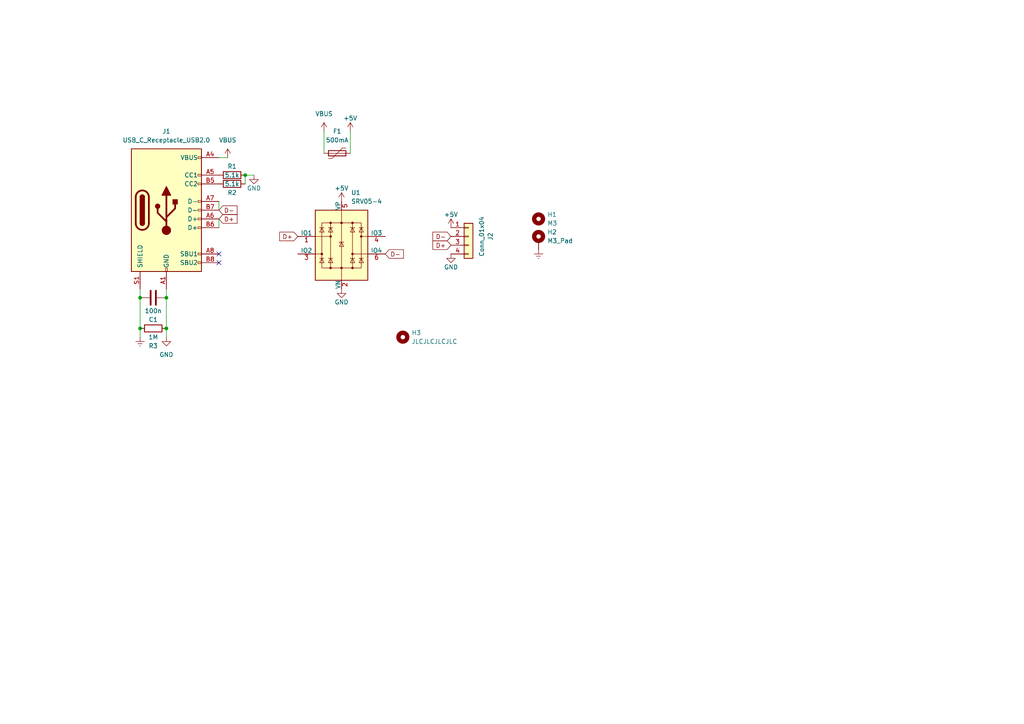
<source format=kicad_sch>
(kicad_sch (version 20211123) (generator eeschema)
  (paper "A4")
  (lib_symbols
    (symbol "Connector:USB_C_Receptacle_USB2.0" (pin_names (offset 1.016))
      (property "Reference" "J" (at -10.16 19.05 0))
      (property "Value" "USB_C_Receptacle_USB2.0" (at 19.05 19.05 0))
      (symbol "USB_C_Receptacle_USB2.0_0_0"
        (rectangle (start -0.254 -17.78) (end 0.254 -16.764))
        (rectangle (start 10.16 -14.986) (end 9.144 -15.494))
        (rectangle (start 10.16 -12.446) (end 9.144 -12.954))
        (rectangle (start 10.16 -4.826) (end 9.144 -5.334))
        (rectangle (start 10.16 -2.286) (end 9.144 -2.794))
        (rectangle (start 10.16 0.254) (end 9.144 -0.254))
        (rectangle (start 10.16 2.794) (end 9.144 2.286))
        (rectangle (start 10.16 7.874) (end 9.144 7.366))
        (rectangle (start 10.16 10.414) (end 9.144 9.906))
        (rectangle (start 10.16 15.494) (end 9.144 14.986))
      )
      (symbol "USB_C_Receptacle_USB2.0_0_1"
        (rectangle (start -10.16 17.78) (end 10.16 -17.78) (stroke (width 0.254)) (fill (type background)))
        (arc (start -8.89 -3.81) (mid -6.985 -5.715) (end -5.08 -3.81) (stroke (width 0.508)))
        (arc (start -7.62 -3.81) (mid -6.985 -4.445) (end -6.35 -3.81) (stroke (width 0.254)))
        (arc (start -7.62 -3.81) (mid -6.985 -4.445) (end -6.35 -3.81) (stroke (width 0.254)) (fill (type outline)))
        (rectangle (start -7.62 -3.81) (end -6.35 3.81) (stroke (width 0.254)) (fill (type outline)))
        (arc (start -6.35 3.81) (mid -6.985 4.445) (end -7.62 3.81) (stroke (width 0.254)))
        (arc (start -6.35 3.81) (mid -6.985 4.445) (end -7.62 3.81) (stroke (width 0.254)) (fill (type outline)))
        (arc (start -5.08 3.81) (mid -6.985 5.715) (end -8.89 3.81) (stroke (width 0.508)))
        (circle (center -2.54 1.143) (radius 0.635) (stroke (width 0.254)) (fill (type outline)))
        (circle (center 0 -5.842) (radius 1.27) (fill (type outline)))
        (polyline (pts (xy -8.89 -3.81) (xy -8.89 3.81)) (stroke (width 0.508)))
        (polyline (pts (xy -5.08 3.81) (xy -5.08 -3.81)) (stroke (width 0.508)))
        (polyline (pts (xy 0 -5.842) (xy 0 4.318)) (stroke (width 0.508)))
        (polyline (pts (xy 0 -3.302) (xy -2.54 -0.762) (xy -2.54 0.508)) (stroke (width 0.508)))
        (polyline (pts (xy 0 -2.032) (xy 2.54 0.508) (xy 2.54 1.778)) (stroke (width 0.508)))
        (polyline (pts (xy -1.27 4.318) (xy 0 6.858) (xy 1.27 4.318) (xy -1.27 4.318)) (stroke (width 0.254)) (fill (type outline)))
        (rectangle (start 1.905 1.778) (end 3.175 3.048) (stroke (width 0.254)) (fill (type outline)))
      )
      (symbol "USB_C_Receptacle_USB2.0_1_1"
        (pin passive line (at 0 -22.86 90) (length 5.08) (name "GND") (number "A1"))
        (pin passive line (at 0 -22.86 90) (length 5.08) hide (name "GND") (number "A12"))
        (pin passive line (at 15.24 15.24 180) (length 5.08) (name "VBUS") (number "A4"))
        (pin bidirectional line (at 15.24 10.16 180) (length 5.08) (name "CC1") (number "A5"))
        (pin bidirectional line (at 15.24 -2.54 180) (length 5.08) (name "D+") (number "A6"))
        (pin bidirectional line (at 15.24 2.54 180) (length 5.08) (name "D-") (number "A7"))
        (pin bidirectional line (at 15.24 -12.7 180) (length 5.08) (name "SBU1") (number "A8"))
        (pin passive line (at 15.24 15.24 180) (length 5.08) hide (name "VBUS") (number "A9"))
        (pin passive line (at 0 -22.86 90) (length 5.08) hide (name "GND") (number "B1"))
        (pin passive line (at 0 -22.86 90) (length 5.08) hide (name "GND") (number "B12"))
        (pin passive line (at 15.24 15.24 180) (length 5.08) hide (name "VBUS") (number "B4"))
        (pin bidirectional line (at 15.24 7.62 180) (length 5.08) (name "CC2") (number "B5"))
        (pin bidirectional line (at 15.24 -5.08 180) (length 5.08) (name "D+") (number "B6"))
        (pin bidirectional line (at 15.24 0 180) (length 5.08) (name "D-") (number "B7"))
        (pin bidirectional line (at 15.24 -15.24 180) (length 5.08) (name "SBU2") (number "B8"))
        (pin passive line (at 15.24 15.24 180) (length 5.08) hide (name "VBUS") (number "B9"))
        (pin passive line (at -7.62 -22.86 90) (length 5.08) (name "SHIELD") (number "S1"))
      )
    )
    (symbol "Connector_Generic:Conn_01x04" (pin_names (offset 1.016) hide)
      (property "Reference" "J" (at 0 5.08 0))
      (property "Value" "Conn_01x04" (at 0 -7.62 0))
      (symbol "Conn_01x04_1_1"
        (rectangle (start -1.27 -4.953) (end 0 -5.207) (stroke (width 0.1524)))
        (rectangle (start -1.27 -2.413) (end 0 -2.667) (stroke (width 0.1524)))
        (rectangle (start -1.27 0.127) (end 0 -0.127) (stroke (width 0.1524)))
        (rectangle (start -1.27 2.667) (end 0 2.413) (stroke (width 0.1524)))
        (rectangle (start -1.27 3.81) (end 1.27 -6.35) (stroke (width 0.254)) (fill (type background)))
        (pin passive line (at -5.08 2.54 0) (length 3.81) (name "Pin_1") (number "1"))
        (pin passive line (at -5.08 0 0) (length 3.81) (name "Pin_2") (number "2"))
        (pin passive line (at -5.08 -2.54 0) (length 3.81) (name "Pin_3") (number "3"))
        (pin passive line (at -5.08 -5.08 0) (length 3.81) (name "Pin_4") (number "4"))
      )
    )
    (symbol "Device:C" (pin_numbers hide) (pin_names (offset 0.254))
      (property "Reference" "C" (at 0.635 2.54 0))
      (property "Value" "C" (at 0.635 -2.54 0))
      (symbol "C_0_1"
        (polyline (pts (xy -2.032 -0.762) (xy 2.032 -0.762)) (stroke (width 0.508)))
        (polyline (pts (xy -2.032 0.762) (xy 2.032 0.762)) (stroke (width 0.508)))
      )
      (symbol "C_1_1"
        (pin passive line (at 0 3.81 270) (length 2.794) (name "~") (number "1"))
        (pin passive line (at 0 -3.81 90) (length 2.794) (name "~") (number "2"))
      )
    )
    (symbol "Device:Polyfuse" (pin_numbers hide) (pin_names (offset 0))
      (property "Reference" "F" (at -2.54 0 90))
      (property "Value" "Polyfuse" (at 2.54 0 90))
      (symbol "Polyfuse_0_1"
        (rectangle (start -0.762 2.54) (end 0.762 -2.54) (stroke (width 0.254)))
        (polyline (pts (xy 0 2.54) (xy 0 -2.54)))
        (polyline (pts (xy -1.524 2.54) (xy -1.524 1.524) (xy 1.524 -1.524) (xy 1.524 -2.54)))
      )
      (symbol "Polyfuse_1_1"
        (pin passive line (at 0 3.81 270) (length 1.27) (name "~") (number "1"))
        (pin passive line (at 0 -3.81 90) (length 1.27) (name "~") (number "2"))
      )
    )
    (symbol "Device:R" (pin_numbers hide) (pin_names (offset 0))
      (property "Reference" "R" (at 2.032 0 90))
      (property "Value" "R" (at 0 0 90))
      (symbol "R_0_1"
        (rectangle (start -1.016 -2.54) (end 1.016 2.54) (stroke (width 0.254)))
      )
      (symbol "R_1_1"
        (pin passive line (at 0 3.81 270) (length 1.27) (name "~") (number "1"))
        (pin passive line (at 0 -3.81 90) (length 1.27) (name "~") (number "2"))
      )
    )
    (symbol "Mechanical:MountingHole" (pin_names (offset 1.016))
      (property "Reference" "H" (at 0 5.08 0))
      (property "Value" "MountingHole" (at 0 3.175 0))
      (symbol "MountingHole_0_1"
        (circle (center 0 0) (radius 1.27) (stroke (width 1.27)))
      )
    )
    (symbol "Mechanical:MountingHole_Pad" (pin_numbers hide) (pin_names (offset 1.016) hide)
      (property "Reference" "H" (at 0 6.35 0))
      (property "Value" "MountingHole_Pad" (at 0 4.445 0))
      (symbol "MountingHole_Pad_0_1"
        (circle (center 0 1.27) (radius 1.27) (stroke (width 1.27)))
      )
      (symbol "MountingHole_Pad_1_1"
        (pin input line (at 0 -2.54 90) (length 2.54) (name "1") (number "1"))
      )
    )
    (symbol "Power_Protection:SRV05-4" (pin_names (offset 0))
      (property "Reference" "U" (at -5.08 11.43 0))
      (property "Value" "SRV05-4" (at 2.54 11.43 0))
      (symbol "SRV05-4_0_0"
        (rectangle (start -5.715 6.477) (end 5.715 -6.604))
        (polyline (pts (xy -3.175 -6.604) (xy -3.175 6.477)))
        (polyline (pts (xy 3.175 6.477) (xy 3.175 -6.604)))
      )
      (symbol "SRV05-4_0_1"
        (rectangle (start -7.62 10.16) (end 7.62 -10.16) (stroke (width 0.254)) (fill (type background)))
        (circle (center -5.715 -2.54) (radius 0.2794) (fill (type outline)))
        (circle (center -3.175 -6.604) (radius 0.2794) (fill (type outline)))
        (circle (center -3.175 2.54) (radius 0.2794) (fill (type outline)))
        (circle (center -3.175 6.477) (radius 0.2794) (fill (type outline)))
        (circle (center 0 -6.604) (radius 0.2794) (fill (type outline)))
        (polyline (pts (xy -7.747 2.54) (xy -3.175 2.54)))
        (polyline (pts (xy -7.62 -2.54) (xy -5.715 -2.54)))
        (polyline (pts (xy -5.08 -3.81) (xy -6.35 -3.81)))
        (polyline (pts (xy -5.08 5.08) (xy -6.35 5.08)))
        (polyline (pts (xy -2.54 -3.81) (xy -3.81 -3.81)))
        (polyline (pts (xy -2.54 5.08) (xy -3.81 5.08)))
        (polyline (pts (xy 0 10.16) (xy 0 -10.16)))
        (polyline (pts (xy 3.81 -3.81) (xy 2.54 -3.81)))
        (polyline (pts (xy 3.81 5.08) (xy 2.54 5.08)))
        (polyline (pts (xy 6.35 -3.81) (xy 5.08 -3.81)))
        (polyline (pts (xy 6.35 5.08) (xy 5.08 5.08)))
        (polyline (pts (xy 7.62 -2.54) (xy 3.175 -2.54)))
        (polyline (pts (xy 7.62 2.54) (xy 5.715 2.54)))
        (polyline (pts (xy 0.635 0.889) (xy -0.635 0.889) (xy -0.635 0.635)))
        (polyline (pts (xy -5.08 -5.08) (xy -6.35 -5.08) (xy -5.715 -3.81) (xy -5.08 -5.08)))
        (polyline (pts (xy -5.08 3.81) (xy -6.35 3.81) (xy -5.715 5.08) (xy -5.08 3.81)))
        (polyline (pts (xy -2.54 -5.08) (xy -3.81 -5.08) (xy -3.175 -3.81) (xy -2.54 -5.08)))
        (polyline (pts (xy -2.54 3.81) (xy -3.81 3.81) (xy -3.175 5.08) (xy -2.54 3.81)))
        (polyline (pts (xy 0.635 -0.381) (xy -0.635 -0.381) (xy 0 0.889) (xy 0.635 -0.381)))
        (polyline (pts (xy 3.81 -5.08) (xy 2.54 -5.08) (xy 3.175 -3.81) (xy 3.81 -5.08)))
        (polyline (pts (xy 3.81 3.81) (xy 2.54 3.81) (xy 3.175 5.08) (xy 3.81 3.81)))
        (polyline (pts (xy 6.35 -5.08) (xy 5.08 -5.08) (xy 5.715 -3.81) (xy 6.35 -5.08)))
        (polyline (pts (xy 6.35 3.81) (xy 5.08 3.81) (xy 5.715 5.08) (xy 6.35 3.81)))
        (circle (center 0 6.477) (radius 0.2794) (fill (type outline)))
        (circle (center 3.175 -6.604) (radius 0.2794) (fill (type outline)))
        (circle (center 3.175 -2.54) (radius 0.2794) (fill (type outline)))
        (circle (center 3.175 6.477) (radius 0.2794) (fill (type outline)))
        (circle (center 5.715 2.54) (radius 0.2794) (fill (type outline)))
      )
      (symbol "SRV05-4_1_1"
        (pin passive line (at -12.7 2.54 0) (length 5.08) (name "IO1") (number "1"))
        (pin passive line (at 0 -12.7 90) (length 2.54) (name "VN") (number "2"))
        (pin passive line (at -12.7 -2.54 0) (length 5.08) (name "IO2") (number "3"))
        (pin passive line (at 12.7 2.54 180) (length 5.08) (name "IO3") (number "4"))
        (pin passive line (at 0 12.7 270) (length 2.54) (name "VP") (number "5"))
        (pin passive line (at 12.7 -2.54 180) (length 5.08) (name "IO4") (number "6"))
      )
    )
    (symbol "power:+5V" (power) (pin_names (offset 0))
      (property "Value" "+5V" (at 0 3.556 0))
      (symbol "+5V_0_1"
        (polyline (pts (xy -0.762 1.27) (xy 0 2.54)))
        (polyline (pts (xy 0 0) (xy 0 2.54)))
        (polyline (pts (xy 0 2.54) (xy 0.762 1.27)))
      )
      (symbol "+5V_1_1"
        (pin power_in line (at 0 0 90) (length 0) hide (name "+5V") (number "1"))
      )
    )
    (symbol "power:Earth" (power) (pin_names (offset 0))
      (symbol "Earth_0_1"
        (polyline (pts (xy -0.635 -1.905) (xy 0.635 -1.905)))
        (polyline (pts (xy -0.127 -2.54) (xy 0.127 -2.54)))
        (polyline (pts (xy 0 -1.27) (xy 0 0)))
        (polyline (pts (xy 1.27 -1.27) (xy -1.27 -1.27)))
      )
      (symbol "Earth_1_1"
        (pin power_in line (at 0 0 270) (length 0) hide (name "Earth") (number "1"))
      )
    )
    (symbol "power:GND" (power) (pin_names (offset 0))
      (property "Value" "GND" (at 0 -3.81 0))
      (symbol "GND_0_1"
        (polyline (pts (xy 0 0) (xy 0 -1.27) (xy 1.27 -1.27) (xy 0 -2.54) (xy -1.27 -1.27) (xy 0 -1.27)))
      )
      (symbol "GND_1_1"
        (pin power_in line (at 0 0 270) (length 0) hide (name "GND") (number "1"))
      )
    )
    (symbol "power:VBUS" (power) (pin_names (offset 0))
      (property "Value" "VBUS" (at 0 3.81 0))
      (symbol "VBUS_0_1"
        (polyline (pts (xy -0.762 1.27) (xy 0 2.54)))
        (polyline (pts (xy 0 0) (xy 0 2.54)))
        (polyline (pts (xy 0 2.54) (xy 0.762 1.27)))
      )
      (symbol "VBUS_1_1"
        (pin power_in line (at 0 0 90) (length 0) hide (name "VBUS") (number "1"))
      )
    )
  )
  (junction (at 48.26 95.25))
  (junction (at 48.26 86.36))
  (junction (at 40.64 86.36))
  (junction (at 71.12 50.8))
  (junction (at 40.64 95.25))
  (no_connect (at 63.5 73.66))
  (no_connect (at 63.5 76.2))
  (wire (pts (xy 101.6 38.1) (xy 101.6 44.45)))
  (wire (pts (xy 48.26 83.82) (xy 48.26 86.36)))
  (wire (pts (xy 63.5 58.42) (xy 63.5 60.96)))
  (wire (pts (xy 93.98 38.1) (xy 93.98 44.45)))
  (wire (pts (xy 71.12 50.8) (xy 71.12 53.34)))
  (wire (pts (xy 63.5 63.5) (xy 63.5 66.04)))
  (wire (pts (xy 40.64 86.36) (xy 40.64 95.25)))
  (wire (pts (xy 48.26 86.36) (xy 48.26 95.25)))
  (wire (pts (xy 40.64 95.25) (xy 40.64 97.79)))
  (wire (pts (xy 40.64 83.82) (xy 40.64 86.36)))
  (wire (pts (xy 48.26 95.25) (xy 48.26 97.79)))
  (wire (pts (xy 73.66 50.8) (xy 71.12 50.8)))
  (wire (pts (xy 63.5 45.72) (xy 66.04 45.72)))
  (global_label "D+" (shape input) (at 63.5 63.5 0) (property "Intersheet References" "${INTERSHEET_REFS}" (effects hide)))
  (global_label "D-" (shape input) (at 130.81 68.58 180) (property "Intersheet References" "${INTERSHEET_REFS}" (effects hide)))
  (global_label "D-" (shape input) (at 111.76 73.66 0) (property "Intersheet References" "${INTERSHEET_REFS}" (effects hide)))
  (global_label "D+" (shape input) (at 86.36 68.58 180) (property "Intersheet References" "${INTERSHEET_REFS}" (effects hide)))
  (global_label "D+" (shape input) (at 130.81 71.12 180) (property "Intersheet References" "${INTERSHEET_REFS}" (effects hide)))
  (global_label "D-" (shape input) (at 63.5 60.96 0) (property "Intersheet References" "${INTERSHEET_REFS}" (effects hide)))
  (symbol (lib_id "Connector_Generic:Conn_01x04") (at 135.89 68.58 0) (unit 1)
    (property "Reference" "J2" (at 142.24 68.58 90))
    (property "Value" "Conn_01x04" (at 139.7 68.58 90))
    (property "Footprint" "Crokto:JST_SH_SM04B-SRSS-TB-Handsoldering" (effects hide))
  )
  (symbol (lib_id "power:GND") (at 73.66 50.8 0) (unit 1)
    (property "Reference" "#PWR04" (effects hide))
    (property "Value" "GND" (at 73.66 54.61 0))
  )
  (symbol (lib_id "power:+5V") (at 130.81 66.04 0) (unit 1)
    (property "Reference" "#PWR06" (effects hide))
    (property "Value" "+5V" (at 130.81 62.23 0))
  )
  (symbol (lib_id "power:Earth") (at 40.64 97.79 0) (unit 1)
    (property "Reference" "#PWR010" (effects hide))
    (property "Value" "Earth" (effects hide))
  )
  (symbol (lib_id "power:+5V") (at 99.06 58.42 0) (unit 1)
    (property "Reference" "#PWR05" (effects hide))
    (property "Value" "+5V" (at 99.06 54.61 0))
  )
  (symbol (lib_id "Mechanical:MountingHole") (at 116.84 97.79 0) (unit 1)
    (property "Reference" "H3" (at 119.38 96.5199 0) (effects (justify left)))
    (property "Value" "JLCJLCJLCJLC" (at 119.38 99.0599 0) (effects (justify left)))
    (property "Footprint" "Crokto:JLCJLCJLCJLC" (effects hide))
  )
  (symbol (lib_id "Mechanical:MountingHole_Pad") (at 156.21 69.85 0) (unit 1)
    (property "Reference" "H2" (at 158.75 67.3099 0) (effects (justify left)))
    (property "Value" "M3_Pad" (at 158.75 69.8499 0) (effects (justify left)))
    (property "Footprint" "Crokto:M3_Via_Hole" (effects hide))
  )
  (symbol (lib_id "power:GND") (at 48.26 97.79 0) (unit 1)
    (property "Reference" "#PWR011" (effects hide))
    (property "Value" "GND" (at 48.26 102.87 0))
  )
  (symbol (lib_id "Device:R") (at 67.31 53.34 270) (unit 1)
    (property "Reference" "R2" (at 67.31 55.88 90))
    (property "Value" "5.1k" (at 67.31 53.34 90))
    (property "Footprint" "Crokto:R_0603_1608Metric" (effects hide))
  )
  (symbol (lib_id "Device:C") (at 44.45 86.36 270) (unit 1)
    (property "Reference" "C1" (at 44.45 92.71 90))
    (property "Value" "100n" (at 44.45 90.17 90))
    (property "Footprint" "Capacitor_SMD:C_1206_3216Metric" (effects hide))
  )
  (symbol (lib_id "Power_Protection:SRV05-4") (at 99.06 71.12 0) (unit 1)
    (property "Reference" "U1" (at 101.8287 55.88 0) (effects (justify left)))
    (property "Value" "SRV05-4" (at 101.8287 58.42 0) (effects (justify left)))
    (property "Footprint" "Package_TO_SOT_SMD:SOT-23-6" (effects hide))
    (property "Datasheet" "http://www.onsemi.com/pub/Collateral/SRV05-4-D.PDF" (effects hide))
  )
  (symbol (lib_id "Connector:USB_C_Receptacle_USB2.0") (at 48.26 60.96 0) (unit 1)
    (property "Reference" "J1" (at 48.26 38.1 0))
    (property "Value" "USB_C_Receptacle_USB2.0" (at 48.26 40.64 0))
    (property "Footprint" "Crokto:USB_C_Receptacle_HRO_TYPE-C-31-M-12" (effects hide))
    (property "Datasheet" "https://www.usb.org/sites/default/files/documents/usb_type-c.zip" (effects hide))
  )
  (symbol (lib_id "power:Earth") (at 156.21 72.39 0) (unit 1)
    (property "Reference" "#PWR08" (effects hide))
    (property "Value" "Earth" (effects hide))
  )
  (symbol (lib_id "power:GND") (at 130.81 73.66 0) (unit 1)
    (property "Reference" "#PWR07" (effects hide))
    (property "Value" "GND" (at 130.81 77.47 0))
  )
  (symbol (lib_id "Device:R") (at 67.31 50.8 90) (unit 1)
    (property "Reference" "R1" (at 67.31 48.26 90))
    (property "Value" "5.1k" (at 67.31 50.8 90))
    (property "Footprint" "Crokto:R_0603_1608Metric" (effects hide))
  )
  (symbol (lib_id "power:VBUS") (at 66.04 45.72 0) (unit 1)
    (property "Reference" "#PWR03" (effects hide))
    (property "Value" "VBUS" (at 66.04 40.64 0))
  )
  (symbol (lib_id "Device:R") (at 44.45 95.25 270) (unit 1)
    (property "Reference" "R3" (at 44.45 100.33 90))
    (property "Value" "1M" (at 44.45 97.79 90))
    (property "Footprint" "Resistor_SMD:R_1206_3216Metric" (effects hide))
  )
  (symbol (lib_id "Mechanical:MountingHole") (at 156.21 63.5 0) (unit 1)
    (property "Reference" "H1" (at 158.75 62.2299 0) (effects (justify left)))
    (property "Value" "M3" (at 158.75 64.7699 0) (effects (justify left)))
    (property "Footprint" "Crokto:M3_Via_Hole_NC" (effects hide))
  )
  (symbol (lib_id "Device:Polyfuse") (at 97.79 44.45 90) (unit 1)
    (property "Reference" "F1" (at 97.79 38.1 90))
    (property "Value" "500mA" (at 97.79 40.64 90))
    (property "Footprint" "Fuse:Fuse_1206_3216Metric" (effects hide))
  )
  (symbol (lib_id "power:GND") (at 99.06 83.82 0) (unit 1)
    (property "Reference" "#PWR09" (effects hide))
    (property "Value" "GND" (at 99.06 87.63 0))
  )
  (symbol (lib_id "power:VBUS") (at 93.98 38.1 0) (unit 1)
    (property "Reference" "#PWR01" (effects hide))
    (property "Value" "VBUS" (at 93.98 33.02 0))
  )
  (symbol (lib_id "power:+5V") (at 101.6 38.1 0) (unit 1)
    (property "Reference" "#PWR02" (effects hide))
    (property "Value" "+5V" (at 101.6 34.29 0))
  )
)
</source>
